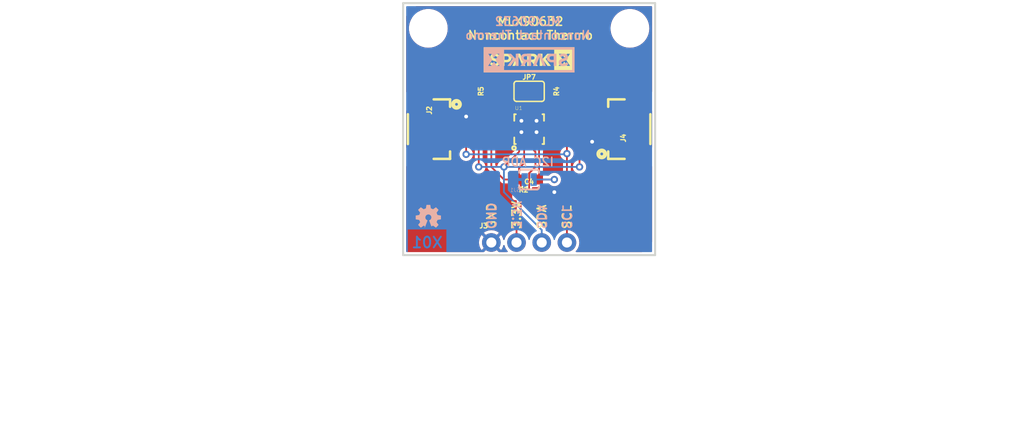
<source format=kicad_pcb>
(kicad_pcb (version 20211014) (generator pcbnew)
  (layers (0 "F.Cu" signal) (31 "B.Cu" signal) (34 "B.Paste" user) (35 "F.Paste" user) (36 "B.SilkS" user "B.Silkscreen") (37 "F.SilkS" user "F.Silkscreen") (38 "B.Mask" user) (39 "F.Mask" user) (44 "Edge.Cuts" user))
  (net 0 "")
  (net 1 "3.3V")
  (net 2 "GND")
  (net 3 "SCL")
  (net 4 "SDA")
  (net 5 "ADDR")
  (net 6 "N$1")
  (net 7 "N$2")
  (footprint "eagleBoard:MICRO-FIDUCIAL" (layer "F.Cu") (at 160.3121 116.8146)
    (fp_text reference "JP2" hide)
    (fp_text value "FIDUCIALUFIDUCIAL" hide)
    (pad "1" smd roundrect (at 0 0) (size 0.635 0.635) (layers "F.Cu" "F.Mask") (roundrect_rratio 0.5))
  )
  (footprint "eagleBoard:MLX90632-3X3" (layer "F.Cu") (at 148.5011 105.0036)
    (fp_text reference "U1" (at -1.45 -1.9) (layer "F.SilkS") (effects (font (size 0.373888 0.373888) (thickness 0.032512)) (justify left bottom)))
    (fp_text value "MLX90632")
    (fp_line (start -1.5 -1.5) (end -1.5 -0.8432) (layer "F.SilkS") (width 0.1778))
    (fp_line (start 1.3432 1.5) (end 1.5 1.5) (layer "F.SilkS") (width 0.1778))
    (fp_line (start 1.3432 -1.5) (end 1.5 -1.5) (layer "F.SilkS") (width 0.1778))
    (fp_line (start 1.5 1.5) (end 1.5 0.8432) (layer "F.SilkS") (width 0.1778))
    (fp_line (start -1.3432 -1.5) (end -1.5 -1.5) (layer "F.SilkS") (width 0.1778))
    (fp_line (start -1.5 1.5) (end -1.5 0.8432) (layer "F.SilkS") (width 0.1778))
    (fp_line (start 1.5 -1.5) (end 1.5 -0.8432) (layer "F.SilkS") (width 0.1778))
    (fp_line (start -1.3432 1.5) (end -1.5 1.5) (layer "F.SilkS") (width 0.1778))
    (fp_circle (center -1.524 1.905) (end -1.447844 1.905) (layer "F.SilkS") (width 0.2032) (fill none))
    (pad "1" smd rect (at -1 1.5) (size 0.3 1) (layers "F.Cu" "F.Paste" "F.Mask") (net 4 "SDA"))
    (pad "2" smd rect (at -0.5 1.5) (size 0.3 1) (layers "F.Cu" "F.Paste" "F.Mask") (net 1 "3.3V"))
    (pad "3" smd rect (at 0 1.5) (size 0.3 1) (layers "F.Cu" "F.Paste" "F.Mask") (net 2 "GND"))
    (pad "4" smd rect (at 0.5 1.5) (size 0.3 1) (layers "F.Cu" "F.Paste" "F.Mask") (net 3 "SCL"))
    (pad "5" smd rect (at 1 1.5) (size 0.3 1) (layers "F.Cu" "F.Paste" "F.Mask") (net 5 "ADDR"))
    (pad "6" smd rect (at 0 -0.25 90) (size 2 2.3) (layers "F.Cu" "F.Mask") (net 2 "GND"))
  )
  (footprint "eagleBoard:1X04_1MM_RA" (layer "F.Cu") (at 156.1211 105.0036 90)
    (fp_text reference "J4" (at -1.397 2.159 90) (layer "F.SilkS") (effects (font (size 0.48768 0.48768) (thickness 0.12192)) (justify left bottom)))
    (fp_text value "SMD")
    (fp_line (start 3 0.35) (end 3 2) (layer "F.SilkS") (width 0.254))
    (fp_line (start -1.5 4.6) (end 1.5 4.6) (layer "F.SilkS") (width 0.254))
    (fp_line (start 2.25 0.35) (end 3 0.35) (layer "F.SilkS") (width 0.254))
    (fp_line (start -3 2) (end -3 0.35) (layer "F.SilkS") (width 0.254))
    (fp_line (start -3 0.35) (end -2.25 0.35) (layer "F.SilkS") (width 0.254))
    (fp_circle (center -2.5 -0.3) (end -2.3586 -0.3) (layer "F.SilkS") (width 0.4) (fill none))
    (pad "1" smd rect (at -1.5 0 90) (size 0.6 1.35) (layers "F.Cu" "F.Paste" "F.Mask") (net 2 "GND"))
    (pad "2" smd rect (at -0.5 0 90) (size 0.6 1.35) (layers "F.Cu" "F.Paste" "F.Mask") (net 1 "3.3V"))
    (pad "3" smd rect (at 0.5 0 90) (size 0.6 1.35) (layers "F.Cu" "F.Paste" "F.Mask") (net 4 "SDA"))
    (pad "4" smd rect (at 1.5 0 90) (size 0.6 1.35) (layers "F.Cu" "F.Paste" "F.Mask") (net 3 "SCL"))
    (pad "NC1" smd rect (at 2.8 3.675 90) (size 1.2 2) (layers "F.Cu" "F.Paste" "F.Mask"))
    (pad "NC2" smd rect (at -2.8 3.675 90) (size 1.2 2) (layers "F.Cu" "F.Paste" "F.Mask"))
  )
  (footprint "eagleBoard:0603" (layer "F.Cu") (at 148.5011 111.3536)
    (fp_text reference "C4" (at 0 -0.762) (layer "F.SilkS") (effects (font (size 0.48768 0.48768) (thickness 0.12192)) (justify bottom)))
    (fp_text value "0.1uF")
    (pad "1" smd rect (at -0.85 0) (size 1.1 1) (layers "F.Cu" "F.Paste" "F.Mask") (net 1 "3.3V"))
    (pad "2" smd rect (at 0.85 0) (size 1.1 1) (layers "F.Cu" "F.Paste" "F.Mask") (net 2 "GND"))
  )
  (footprint "eagleBoard:STAND-OFF" (layer "F.Cu") (at 158.6611 94.8436)
    (fp_text reference "JP4" hide)
    (fp_text value "STAND-OFF" hide)
    (pad "" np_thru_hole circle (at 0 0) (size 3.302 3.302) (drill 3.302) (layers *.Cu *.Mask))
  )
  (footprint "eagleBoard:SMT-JUMPER_3_2-NC_PASTE_SILK" (layer "F.Cu") (at 148.5011 101.1936)
    (fp_text reference "JP7" (at 0 -1.143) (layer "F.SilkS") (effects (font (size 0.48768 0.48768) (thickness 0.12192)) (justify bottom)))
    (fp_text value "")
    (fp_line (start 1.27 1.016) (end -1.27 1.016) (layer "F.SilkS") (width 0.1524))
    (fp_line (start -1.27 -1.016) (end 1.27 -1.016) (layer "F.SilkS") (width 0.1524))
    (fp_line (start 1.524 0.762) (end 1.524 -0.762) (layer "F.SilkS") (width 0.1524))
    (fp_line (start -1.524 0.762) (end -1.524 -0.762) (layer "F.SilkS") (width 0.1524))
    (fp_arc (start -1.27 1.016) (mid -1.449605 0.941605) (end -1.524 0.762) (layer "F.SilkS") (width 0.1524))
    (fp_arc (start 1.524 0.762) (mid 1.449605 0.941605) (end 1.27 1.016) (layer "F.SilkS") (width 0.1524))
    (fp_arc (start 1.27 -1.016) (mid 1.449605 -0.941605) (end 1.524 -0.762) (layer "F.SilkS") (width 0.1524))
    (fp_arc (start -1.524 -0.762) (mid -1.449605 -0.941605) (end -1.27 -1.016) (layer "F.SilkS") (width 0.1524))
    (pad "1" smd rect (at -0.8128 0) (size 0.635 1.27) (layers "F.Cu" "F.Mask") (net 6 "N$1"))
    (pad "2" smd rect (at 0 0) (size 0.635 1.27) (layers "F.Cu" "F.Mask") (net 1 "3.3V"))
    (pad "3" smd rect (at 0.8128 0) (size 0.635 1.27) (layers "F.Cu" "F.Mask") (net 7 "N$2"))
  )
  (footprint "eagleBoard:0603" (layer "F.Cu") (at 144.6911 101.1936 90)
    (fp_text reference "R5" (at 0 -0.762 90) (layer "F.SilkS") (effects (font (size 0.48768 0.48768) (thickness 0.12192)) (justify bottom)))
    (fp_text value "4.7k")
    (pad "1" smd rect (at -0.85 0 90) (size 1.1 1) (layers "F.Cu" "F.Paste" "F.Mask") (net 4 "SDA"))
    (pad "2" smd rect (at 0.85 0 90) (size 1.1 1) (layers "F.Cu" "F.Paste" "F.Mask") (net 6 "N$1"))
  )
  (footprint "eagleBoard:0603" (layer "F.Cu") (at 148.5011 110.0836 180)
    (fp_text reference "R2" (at 0 -0.762 180) (layer "F.SilkS") (effects (font (size 0.48768 0.48768) (thickness 0.12192)) (justify right top)))
    (fp_text value "10k")
    (pad "1" smd rect (at -0.85 0 180) (size 1.1 1) (layers "F.Cu" "F.Paste" "F.Mask") (net 5 "ADDR"))
    (pad "2" smd rect (at 0.85 0 180) (size 1.1 1) (layers "F.Cu" "F.Paste" "F.Mask") (net 1 "3.3V"))
  )
  (footprint "eagleBoard:STAND-OFF" (layer "F.Cu") (at 138.3411 94.8436)
    (fp_text reference "JP3" hide)
    (fp_text value "STAND-OFF" hide)
    (pad "" np_thru_hole circle (at 0 0) (size 3.302 3.302) (drill 3.302) (layers *.Cu *.Mask))
  )
  (footprint "eagleBoard:0603" (layer "F.Cu") (at 152.3111 101.1936 90)
    (fp_text reference "R4" (at 0 -0.762 90) (layer "F.SilkS") (effects (font (size 0.48768 0.48768) (thickness 0.12192)) (justify bottom)))
    (fp_text value "4.7k")
    (pad "1" smd rect (at -0.85 0 90) (size 1.1 1) (layers "F.Cu" "F.Paste" "F.Mask") (net 3 "SCL"))
    (pad "2" smd rect (at 0.85 0 90) (size 1.1 1) (layers "F.Cu" "F.Paste" "F.Mask") (net 7 "N$2"))
  )
  (footprint "eagleBoard:1X04_1MM_RA" (layer "F.Cu") (at 140.8811 105.0036 -90)
    (fp_text reference "J2" (at -1.397 2.159 -90) (layer "F.SilkS") (effects (font (size 0.48768 0.48768) (thickness 0.12192)) (justify left bottom)))
    (fp_text value "SMD")
    (fp_line (start -3 0.35) (end -2.25 0.35) (layer "F.SilkS") (width 0.254))
    (fp_line (start 3 0.35) (end 3 2) (layer "F.SilkS") (width 0.254))
    (fp_line (start -3 2) (end -3 0.35) (layer "F.SilkS") (width 0.254))
    (fp_line (start 2.25 0.35) (end 3 0.35) (layer "F.SilkS") (width 0.254))
    (fp_line (start -1.5 4.6) (end 1.5 4.6) (layer "F.SilkS") (width 0.254))
    (fp_circle (center -2.5 -0.3) (end -2.3586 -0.3) (layer "F.SilkS") (width 0.4) (fill none))
    (pad "1" smd rect (at -1.5 0 270) (size 0.6 1.35) (layers "F.Cu" "F.Paste" "F.Mask") (net 2 "GND"))
    (pad "2" smd rect (at -0.5 0 270) (size 0.6 1.35) (layers "F.Cu" "F.Paste" "F.Mask") (net 1 "3.3V"))
    (pad "3" smd rect (at 0.5 0 270) (size 0.6 1.35) (layers "F.Cu" "F.Paste" "F.Mask") (net 4 "SDA"))
    (pad "4" smd rect (at 1.5 0 270) (size 0.6 1.35) (layers "F.Cu" "F.Paste" "F.Mask") (net 3 "SCL"))
    (pad "NC1" smd rect (at 2.8 3.675 270) (size 1.2 2) (layers "F.Cu" "F.Paste" "F.Mask"))
    (pad "NC2" smd rect (at -2.8 3.675 270) (size 1.2 2) (layers "F.Cu" "F.Paste" "F.Mask"))
  )
  (footprint "eagleBoard:MICRO-FIDUCIAL" (layer "F.Cu") (at 136.5631 93.0656)
    (fp_text reference "JP6" hide)
    (fp_text value "FIDUCIALUFIDUCIAL" hide)
    (pad "1" smd roundrect (at 0 0) (size 0.635 0.635) (layers "F.Cu" "F.Mask") (roundrect_rratio 0.5))
  )
  (footprint "eagleBoard:SPARKX-MEDIUM" (layer "F.Cu") (at 148.5011 98.0186)
    (fp_text reference "U$2" hide)
    (fp_text value "SPARKX-LOGO4" hide)
    (fp_poly (pts (xy 4.577 0.12824) (xy 3.80238 0.12824) (xy 3.705494 -0.013718) (xy 4.111722 -0.607646) (xy 3.817585 -0.607646) (xy 3.555172 -0.205715) (xy 3.294607 -0.607646) (xy 2.991304 -0.607646) (xy 3.397564 -0.010046) (xy 3.302701 0.12824) (xy 2.524231 0.12824) (xy 2.524231 -1.025528) (xy -4.332 -1.025528) (xy -4.332 1.025528) (xy 2.451934 1.025528) (xy 2.451934 1.270528) (xy -4.577 1.270528) (xy -4.577 -1.270528) (xy 4.577 -1.270528)) (layer "F.SilkS") (width 0) (fill solid))
    (fp_poly (pts (xy -3.63614 -0.28381) (xy -3.63614 -0.281243) (xy -3.625594 -0.231145) (xy -3.586256 -0.193557) (xy -3.506021 -0.161102) (xy -3.375421 -0.124571) (xy -3.20837 -0.069497) (xy -3.084773 0.004288) (xy -3.039813 0.051736) (xy -3.007425 0.106786) (xy -2.98779 0.171058) (xy -2.981431 0.246677) (xy -2.981431 0.254442) (xy -2.989734 0.340975) (xy -3.014776 0.418156) (xy -3.054999 0.484064) (xy -3.108523 0.538825) (xy -3.174819 0.581443) (xy -3.251936 0.612864) (xy -3.339283 0.632345) (xy -3.435454 0.638692) (xy -3.575258 0.62643) (xy -3.712363 0.589929) (xy -3.841957 0.528456) (xy -3.962905 0.437932) (xy -3.797445 0.239191) (xy -3.70858 0.303299) (xy -3.621793 0.350171) (xy -3.529975 0.379937) (xy -3.429933 0.389994) (xy -3.35618 0.382097) (xy -3.302034 0.35971) (xy -3.268752 0.325074) (xy -3.257521 0.278298) (xy -3.257521 0.275769) (xy -3.267162 0.231061) (xy -3.302086 0.195266) (xy -3.376797 0.161061) (xy -3.501746 0.12458) (xy -3.671424 0.073219) (xy -3.800513 0.00314) (xy -3.847977 -0.043804) (xy -3.883465 -0.101229) (xy -3.90566 -0.17153) (xy -3.913146 -0.255809) (xy -3.913146 -0.259925) (xy -3.908835 -0.305634) (xy -3.631093 -0.305634)) (layer "F.SilkS") (width 0) (fill solid))
    (fp_poly (pts (xy 1.865272 -0.295634) (xy 1.535904 -0.295634) (xy 1.834847 -0.617646) (xy 2.174284 -0.617646)) (layer "F.SilkS") (width 0) (fill solid))
    (fp_poly (pts (xy -3.164101 -0.264097) (xy -3.239432 -0.305634) (xy -3.135518 -0.305634)) (layer "F.SilkS") (width 0) (fill solid))
    (fp_poly (pts (xy -2.476681 0.000487) (xy -2.268076 0.000487) (xy -2.179495 -0.012423) (xy -2.113916 -0.051299) (xy -2.073186 -0.109683) (xy -2.059656 -0.180607) (xy -2.059656 -0.183345) (xy -2.07389 -0.261685) (xy -2.107186 -0.305634) (xy -1.791612 -0.305634) (xy -1.784441 -0.28073) (xy -1.77625 -0.189505) (xy -1.77625 -0.16442) (xy -1.778857 -0.169639) (xy -1.786895 -0.086136) (xy -1.816007 0.002126) (xy -1.862432 0.077275) (xy -1.923461 0.139229) (xy -1.997168 0.187031) (xy -2.082436 0.221506) (xy -2.177086 0.2422) (xy -2.277599 0.249143) (xy -2.477596 0.249143) (xy -2.477596 0.616734) (xy -2.757343 0.616734) (xy -2.757343 -0.305634) (xy -2.476681 -0.305634)) (layer "F.SilkS") (width 0) (fill solid))
    (fp_poly (pts (xy 0.077237 -0.022375) (xy 0.345303 -0.022375) (xy 0.432552 -0.034292) (xy 0.495867 -0.068766) (xy 0.534478 -0.122507) (xy 0.547296 -0.191568) (xy 0.547296 -0.193407) (xy 0.533775 -0.268583) (xy 0.505388 -0.305634) (xy 0.820956 -0.305634) (xy 0.823121 -0.298646) (xy 0.830703 -0.207776) (xy 0.830703 -0.203573) (xy 0.812152 -0.067471) (xy 0.756624 0.041423) (xy 0.671694 0.123367) (xy 0.569647 0.177363) (xy 0.871762 0.618562) (xy 0.544141 0.618562) (xy 0.281707 0.226284) (xy 0.077237 0.226284) (xy 0.077237 0.618562) (xy -0.202509 0.618562) (xy -0.202509 -0.305634) (xy 0.077237 -0.305634)) (layer "F.SilkS") (width 0) (fill solid))
    (fp_poly (pts (xy -2.145499 -0.611403) (xy -2.052069 -0.588123) (xy -1.971014 -0.550421) (xy -1.903114 -0.500214) (xy -1.848543 -0.437616) (xy -1.808605 -0.364015) (xy -1.788713 -0.295634) (xy -2.099613 -0.295634) (xy -2.116482 -0.317948) (xy -2.18378 -0.352785) (xy -2.273523 -0.364418) (xy -2.476681 -0.364418) (xy -2.476681 -0.295634) (xy -2.757343 -0.295634) (xy -2.757343 -0.619478) (xy -2.251062 -0.619478)) (layer "F.SilkS") (width 0) (fill solid))
    (fp_poly (pts (xy -0.768357 -0.295634) (xy -1.305603 -0.295634) (xy -1.164592 -0.62679) (xy -0.909265 -0.62679)) (layer "F.SilkS") (width 0) (fill solid))
    (fp_poly (pts (xy -3.350864 -0.623897) (xy -3.231664 -0.593614) (xy -3.122681 -0.544594) (xy -3.018757 -0.474993) (xy -3.142402 -0.295634) (xy -3.221295 -0.295634) (xy -3.328541 -0.354727) (xy -3.406214 -0.378309) (xy -3.483831 -0.386332) (xy -3.551059 -0.378465) (xy -3.598739 -0.356196) (xy -3.626802 -0.323794) (xy -3.63342 -0.295634) (xy -3.909783 -0.295634) (xy -3.905449 -0.341086) (xy -3.88163 -0.413579) (xy -3.843373 -0.476992) (xy -3.792562 -0.531416) (xy -3.729539 -0.574971) (xy -3.655543 -0.607348) (xy -3.572421 -0.627359) (xy -3.48111 -0.634121)) (layer "F.SilkS") (width 0) (fill solid))
    (fp_poly (pts (xy 0.467247 -0.610908) (xy 0.559405 -0.590713) (xy 0.639462 -0.556901) (xy 0.707412 -0.509438) (xy 0.761528 -0.449759) (xy 0.800081 -0.379455) (xy 0.823889 -0.295634) (xy 0.513044 -0.295634) (xy 0.49326 -0.321553) (xy 0.427917 -0.353583) (xy 0.339846 -0.364418) (xy 0.077237 -0.364418) (xy 0.077237 -0.295634) (xy -0.202509 -0.295634) (xy -0.202509 -0.617646) (xy 0.363177 -0.617646)) (layer "F.SilkS") (width 0) (fill solid))
    (fp_poly (pts (xy 1.344596 -0.089545) (xy 1.545187 -0.305634) (xy 1.874867 -0.305634) (xy 1.669821 -0.091935) (xy 2.195332 0.618562) (xy 1.859174 0.618562) (xy 1.480797 0.099201) (xy 1.344596 0.240675) (xy 1.344596 0.618562) (xy 1.064846 0.618562) (xy 1.064846 -0.305634) (xy 1.344596 -0.305634)) (layer "F.SilkS") (width 0) (fill solid))
    (fp_poly (pts (xy 1.344596 -0.295634) (xy 1.064846 -0.295634) (xy 1.064846 -0.617646) (xy 1.344596 -0.617646)) (layer "F.SilkS") (width 0) (fill solid))
    (fp_poly (pts (xy -0.379228 0.618562) (xy -0.672701 0.618562) (xy -1.040587 -0.283936) (xy -1.408473 0.618562) (xy -1.69463 0.618562) (xy -1.301346 -0.305634) (xy -0.772612 -0.305634)) (layer "F.SilkS") (width 0) (fill solid))
    (fp_poly (pts (xy 2.973067 0.608562) (xy 3.267199 0.608562) (xy 3.54697 0.183826) (xy 3.824894 0.608562) (xy 4.130023 0.608562) (xy 3.795558 0.11824) (xy 4.577 0.11824) (xy 4.577 1.270528) (xy 2.441934 1.270528) (xy 2.441934 1.025528) (xy 2.524231 1.025528) (xy 2.524231 0.11824) (xy 3.309564 0.11824)) (layer "F.SilkS") (width 0) (fill solid))
  )
  (footprint "eagleBoard:1X04_NO_SILK" (layer "F.Cu") (at 144.6911 116.4336)
    (fp_text reference "J3" (at -1.27 -1.397) (layer "F.SilkS") (effects (font (size 0.48768 0.48768) (thickness 0.12192)) (justify left bottom)))
    (fp_text value "PTH")
    (pad "1" thru_hole circle (at 0 0 90) (size 1.8796 1.8796) (drill 1.016) (layers *.Cu *.Mask) (net 2 "GND"))
    (pad "2" thru_hole circle (at 2.54 0 90) (size 1.8796 1.8796) (drill 1.016) (layers *.Cu *.Mask) (net 1 "3.3V"))
    (pad "3" thru_hole circle (at 5.08 0 90) (size 1.8796 1.8796) (drill 1.016) (layers *.Cu *.Mask) (net 4 "SDA"))
    (pad "4" thru_hole circle (at 7.62 0 90) (size 1.8796 1.8796) (drill 1.016) (layers *.Cu *.Mask) (net 3 "SCL"))
  )
  (footprint "eagleBoard:CREATIVE_COMMONS" (layer "F.Cu") (at 115.4811 135.4836)
    (fp_text reference "FRAME1" hide)
    (fp_text value "FRAME-LETTER" hide)
  )
  (footprint "eagleBoard:SJ_2S-NO" (layer "B.Cu") (at 148.5011 110.0836)
    (fp_text reference "SJ1" (at -0.908 1.27 180) (layer "B.SilkS") (effects (font (size 0.373888 0.373888) (thickness 0.032512)) (justify left bottom mirror)))
    (fp_text value "")
    (fp_line (start 0.8 -1) (end -0.8 -1) (layer "B.SilkS") (width 0.2032))
    (fp_line (start -0.8 1) (end 0.8 1) (layer "B.SilkS") (width 0.2032))
    (fp_arc (start 1 0.7) (mid 0.962132 0.891421) (end 0.8 1) (layer "B.SilkS") (width 0.2032))
    (fp_arc (start -0.8 1) (mid -0.962132 0.891421) (end -1 0.7) (layer "B.SilkS") (width 0.2032))
    (fp_arc (start -1 -0.7) (mid -0.962132 -0.891421) (end -0.8 -1) (layer "B.SilkS") (width 0.2032))
    (fp_arc (start 0.8 -1) (mid 0.962132 -0.891421) (end 1 -0.7) (layer "B.SilkS") (width 0.2032))
    (pad "1" smd rect (at -0.45 0) (size 0.635 1.27) (layers "B.Cu" "B.Mask") (net 2 "GND"))
    (pad "2" smd rect (at 0.45 0) (size 0.635 1.27) (layers "B.Cu" "B.Mask") (net 5 "ADDR"))
  )
  (footprint "eagleBoard:OSHW-LOGO-MINI" (layer "B.Cu") (at 138.3411 113.8936 180)
    (fp_text reference "LOGO1" hide)
    (fp_text value "OSHW-LOGOMINI" hide)
    (fp_poly (pts (xy 0.248928 0.903689) (xy 0.26557 0.895368) (xy 0.275571 0.895368) (xy 0.29557 0.885368) (xy 0.305571 0.885368) (xy 0.32557 0.875368) (xy 0.35234 0.875368) (xy 0.36911 0.858598) (xy 0.37557 0.855368) (xy 0.385571 0.855368) (xy 0.41911 0.838598) (xy 0.42911 0.828598) (xy 0.43557 0.825368) (xy 0.445571 0.825368) (xy 0.467713 0.814296) (xy 0.760503 1.01622) (xy 1.036814 0.751922) (xy 0.823853 0.457832) (xy 0.82783 0.449878) (xy 0.8446 0.433108) (xy 0.8446 0.413108) (xy 0.84783 0.409878) (xy 0.85783 0.389878) (xy 0.8746 0.373108) (xy 0.8746 0.353108) (xy 0.8846 0.343108) (xy 0.8846 0.316338) (xy 0.88783 0.309878) (xy 0.9046 0.293108) (xy 0.9046 0.273108) (xy 0.9146 0.263108) (xy 0.9146 0.239559) (xy 1.2746 0.179559) (xy 1.2746 -0.204671) (xy 0.9146 -0.266386) (xy 0.9146 -0.271602) (xy 0.9046 -0.291601) (xy 0.9046 -0.301602) (xy 0.8946 -0.321601) (xy 0.8946 -0.331602) (xy 0.8746 -0.371601) (xy 0.8746 -0.381602) (xy 0.85783 -0.415141) (xy 0.84783 -0.425141) (xy 0.8446 -0.431601) (xy 0.8446 -0.441602) (xy 0.82783 -0.475141) (xy 0.822489 -0.480482) (xy 1.036774 -0.766197) (xy 0.761086 -1.041885) (xy 0.465167 -0.837804) (xy 0.45234 -0.850631) (xy 0.44234 -0.850631) (xy 0.43234 -0.860631) (xy 0.41234 -0.860631) (xy 0.40234 -0.870631) (xy 0.39234 -0.870631) (xy 0.38234 -0.880631) (xy 0.37234 -0.880631) (xy 0.3646 -0.888371) (xy 0.3646 -1.074642) (xy 0.079132 -0.303879) (xy 0.16409 -0.261401) (xy 0.18409 -0.241401) (xy 0.20409 -0.231401) (xy 0.23537 -0.200121) (xy 0.24537 -0.180121) (xy 0.26537 -0.160121) (xy 0.271403 -0.148055) (xy 0.281404 -0.118052) (xy 0.2886 -0.103661) (xy 0.2886 -0.086464) (xy 0.2986 -0.056464) (xy 0.2986 0.021201) (xy 0.2886 0.051201) (xy 0.2886 0.075862) (xy 0.272159 0.100524) (xy 0.262159 0.130523) (xy 0.227068 0.18316) (xy 0.192392 0.217836) (xy 0.139755 0.252927) (xy 0.109756 0.262927) (xy 0.085094 0.279368) (xy 0.060433 0.279368) (xy 0.030433 0.289368) (xy -0.028724 0.289368) (xy -0.068722 0.279368) (xy -0.091894 0.279368) (xy -0.116556 0.262927) (xy -0.146555 0.252927) (xy -0.169192 0.237836) (xy -0.189191 0.217837) (xy -0.219192 0.197836) (xy -0.233868 0.18316) (xy -0.268959 0.130523) (xy -0.3054 0.021201) (xy -0.3054 -0.026464) (xy -0.2954 -0.056464) (xy -0.2954 -0.083661) (xy -0.278204 -0.118052) (xy -0.268203 -0.148055) (xy -0.25217 -0.180121) (xy -0.23217 -0.200121) (xy -0.22217 -0.220121) (xy -0.21089 -0.231401) (xy -0.19089 -0.241401) (xy -0.17089 -0.261401) (xy -0.138824 -0.277434) (xy -0.074125 -0.299) (xy -0.308354 -0.931417) (xy -0.34914 -0.890631) (xy -0.36914 -0.890631) (xy -0.37914 -0.880631) (xy -0.38914 -0.880631) (xy -0.39914 -0.870631) (xy -0.40914 -0.870631) (xy -0.41914 -0.860631) (xy -0.42914 -0.860631) (xy -0.43914 -0.850631) (xy -0.44914 -0.850631) (xy -0.45914 -0.840631) (xy -0.46914 -0.840631) (xy -0.471967 -0.837804) (xy -0.76848 -1.042295) (xy -1.032615 -0.766154) (xy -0.82762 -0.479161) (xy -0.8314 -0.471602) (xy -0.8314 -0.461601) (xy -0.83463 -0.455141) (xy -0.84463 -0.445141) (xy -0.85463 -0.425141) (xy -0.8714 -0.408371) (xy -0.8714 -0.388371) (xy -0.8814 -0.378371) (xy -0.8814 -0.351601) (xy -0.88463 -0.345141) (xy -0.9014 -0.328371) (xy -0.9014 -0.308371) (xy -0.9114 -0.298371) (xy -0.9114 -0.271601) (xy -0.914252 -0.265897) (xy -1.2714 -0.204671) (xy -1.2714 0.179408) (xy -0.919721 0.239696) (xy -0.9114 0.256338) (xy -0.9114 0.266339) (xy -0.9014 0.286338) (xy -0.9014 0.296339) (xy -0.8814 0.336338) (xy -0.8814 0.346339) (xy -0.86463 0.379878) (xy -0.8614 0.383108) (xy -0.8614 0.403108) (xy -0.84463 0.419878) (xy -0.83463 0.439878) (xy -0.8314 0.443108) (xy -0.8314 0.460035) (xy -1.032654 0.751854) (xy -0.767886 1.016622) (xy -0.471967 0.812541) (xy -0.45914 0.825368) (xy -0.43914 0.825368) (xy -0.43591 0.828598) (xy -0.41591 0.838598) (xy -0.39914 0.855368) (xy -0.37914 0.855368) (xy -0.37591 0.858598) (xy -0.342371 0.875368) (xy -0.33237 0.875368) (xy -0.312371 0.885368) (xy -0.29914 0.885368) (xy -0.28914 0.895368) (xy -0.26237 0.895368) (xy -0.256666 0.89822) (xy -0.19544 1.255368) (xy 0.18864 1.255368)) (layer "B.SilkS") (width 0) (fill solid))
  )
  (footprint "eagleBoard:SPARKX-MEDIUM" (layer "B.Cu") (at 148.5011 98.0186 180)
    (fp_text reference "U$1" hide)
    (fp_text value "SPARKX-LOGO4" hide)
    (fp_poly (pts (xy -2.145499 0.611403) (xy -2.052069 0.588123) (xy -1.971014 0.550421) (xy -1.903114 0.500214) (xy -1.848543 0.437616) (xy -1.808605 0.364015) (xy -1.788713 0.295634) (xy -2.099613 0.295634) (xy -2.116482 0.317948) (xy -2.18378 0.352785) (xy -2.273523 0.364418) (xy -2.476681 0.364418) (xy -2.476681 0.295634) (xy -2.757343 0.295634) (xy -2.757343 0.619478) (xy -2.251062 0.619478)) (layer "B.SilkS") (width 0) (fill solid))
    (fp_poly (pts (xy -3.350864 0.623897) (xy -3.231664 0.593614) (xy -3.122681 0.544594) (xy -3.018757 0.474993) (xy -3.142402 0.295634) (xy -3.221295 0.295634) (xy -3.328541 0.354727) (xy -3.406214 0.378309) (xy -3.483831 0.386332) (xy -3.551059 0.378465) (xy -3.598739 0.356196) (xy -3.626802 0.323794) (xy -3.63342 0.295634) (xy -3.909783 0.295634) (xy -3.905449 0.341086) (xy -3.88163 0.413579) (xy -3.843373 0.476992) (xy -3.792562 0.531416) (xy -3.729539 0.574971) (xy -3.655543 0.607348) (xy -3.572421 0.627359) (xy -3.48111 0.634121)) (layer "B.SilkS") (width 0) (fill solid))
    (fp_poly (pts (xy 1.344596 0.089545) (xy 1.545187 0.305634) (xy 1.874867 0.305634) (xy 1.669821 0.091935) (xy 2.195332 -0.618562) (xy 1.859174 -0.618562) (xy 1.480797 -0.099201) (xy 1.344596 -0.240675) (xy 1.344596 -0.618562) (xy 1.064846 -0.618562) (xy 1.064846 0.305634) (xy 1.344596 0.305634)) (layer "B.SilkS") (width 0) (fill solid))
    (fp_poly (pts (xy -3.63614 0.28381) (xy -3.63614 0.281243) (xy -3.625594 0.231145) (xy -3.586256 0.193557) (xy -3.506021 0.161102) (xy -3.375421 0.124571) (xy -3.20837 0.069497) (xy -3.084773 -0.004288) (xy -3.039813 -0.051736) (xy -3.007425 -0.106786) (xy -2.98779 -0.171058) (xy -2.981431 -0.246677) (xy -2.981431 -0.254442) (xy -2.989734 -0.340975) (xy -3.014776 -0.418156) (xy -3.054999 -0.484064) (xy -3.108523 -0.538825) (xy -3.174819 -0.581443) (xy -3.251936 -0.612864) (xy -3.339283 -0.632345) (xy -3.435454 -0.638692) (xy -3.575258 -0.62643) (xy -3.712363 -0.589929) (xy -3.841957 -0.528456) (xy -3.962905 -0.437932) (xy -3.797445 -0.239191) (xy -3.70858 -0.303299) (xy -3.621793 -0.350171) (xy -3.529975 -0.379937) (xy -3.429933 -0.389994) (xy -3.35618 -0.382097) (xy -3.302034 -0.35971) (xy -3.268752 -0.325074) (xy -3.257521 -0.278298) (xy -3.257521 -0.275769) (xy -3.267162 -0.231061) (xy -3.302086 -0.195266) (xy -3.376797 -0.161061) (xy -3.501746 -0.12458) (xy -3.671424 -0.073219) (xy -3.800513 -0.00314) (xy -3.847977 0.043804) (xy -3.883465 0.101229) (xy -3.90566 0.17153) (xy -3.913146 0.255809) (xy -3.913146 0.259925) (xy -3.908835 0.305634) (xy -3.631093 0.305634)) (layer "B.SilkS") (width 0) (fill solid))
    (fp_poly (pts (xy 1.344596 0.295634) (xy 1.064846 0.295634) (xy 1.064846 0.617646) (xy 1.344596 0.617646)) (layer "B.SilkS") (width 0) (fill solid))
    (fp_poly (pts (xy 2.973067 -0.608562) (xy 3.267199 -0.608562) (xy 3.54697 -0.183826) (xy 3.824894 -0.608562) (xy 4.130023 -0.608562) (xy 3.795558 -0.11824) (xy 4.577 -0.11824) (xy 4.577 -1.270528) (xy 2.441934 -1.270528) (xy 2.441934 -1.025528) (xy 2.524231 -1.025528) (xy 2.524231 -0.11824) (xy 3.309564 -0.11824)) (layer "B.SilkS") (width 0) (fill solid))
    (fp_poly (pts (xy -0.768357 0.295634) (xy -1.305603 0.295634) (xy -1.164592 0.62679) (xy -0.909265 0.62679)) (layer "B.SilkS") (width 0) (fill solid))
    (fp_poly (pts (xy 0.077237 0.022375) (xy 0.345303 0.022375) (xy 0.432552 0.034292) (xy 0.495867 0.068766) (xy 0.534478 0.122507) (xy 0.547296 0.191568) (xy 0.547296 0.193407) (xy 0.533775 0.268583) (xy 0.505388 0.305634) (xy 0.820956 0.305634) (xy 0.823121 0.298646) (xy 0.830703 0.207776) (xy 0.830703 0.203573) (xy 0.812152 0.067471) (xy 0.756624 -0.041423) (xy 0.671694 -0.123367) (xy 0.569647 -0.177363) (xy 0.871762 -0.618562) (xy 0.544141 -0.618562) (xy 0.281707 -0.226284) (xy 0.077237 -0.226284) (xy 0.077237 -0.618562) (xy -0.202509 -0.618562) (xy -0.202509 0.305634) (xy 0.077237 0.305634)) (layer "B.SilkS") (width 0) (fill solid))
    (fp_poly (pts (xy 0.467247 0.610908) (xy 0.559405 0.590713) (xy 0.639462 0.556901) (xy 0.707412 0.509438) (xy 0.761528 0.449759) (xy 0.800081 0.379455) (xy 0.823889 0.295634) (xy 0.513044 0.295634) (xy 0.49326 0.321553) (xy 0.427917 0.353583) (xy 0.339846 0.364418) (xy 0.077237 0.364418) (xy 0.077237 0.295634) (xy -0.202509 0.295634) (xy -0.202509 0.617646) (xy 0.363177 0.617646)) (layer "B.SilkS") (width 0) (fill solid))
    (fp_poly (pts (xy -0.379228 -0.618562) (xy -0.672701 -0.618562) (xy -1.040587 0.283936) (xy -1.408473 -0.618562) (xy -1.69463 -0.618562) (xy -1.301346 0.305634) (xy -0.772612 0.305634)) (layer "B.SilkS") (width 0) (fill solid))
    (fp_poly (pts (xy -3.164101 0.264097) (xy -3.239432 0.305634) (xy -3.135518 0.305634)) (layer "B.SilkS") (width 0) (fill solid))
    (fp_poly (pts (xy 4.577 -0.12824) (xy 3.80238 -0.12824) (xy 3.705494 0.013718) (xy 4.111722 0.607646) (xy 3.817585 0.607646) (xy 3.555172 0.205715) (xy 3.294607 0.607646) (xy 2.991304 0.607646) (xy 3.397564 0.010046) (xy 3.302701 -0.12824) (xy 2.524231 -0.12824) (xy 2.524231 1.025528) (xy -4.332 1.025528) (xy -4.332 -1.025528) (xy 2.451934 -1.025528) (xy 2.451934 -1.270528) (xy -4.577 -1.270528) (xy -4.577 1.270528) (xy 4.577 1.270528)) (layer "B.SilkS") (width 0) (fill solid))
    (fp_poly (pts (xy -2.476681 -0.000487) (xy -2.268076 -0.000487) (xy -2.179495 0.012423) (xy -2.113916 0.051299) (xy -2.073186 0.109683) (xy -2.059656 0.180607) (xy -2.059656 0.183345) (xy -2.07389 0.261685) (xy -2.107186 0.305634) (xy -1.791612 0.305634) (xy -1.784441 0.28073) (xy -1.77625 0.189505) (xy -1.77625 0.16442) (xy -1.778857 0.169639) (xy -1.786895 0.086136) (xy -1.816007 -0.002126) (xy -1.862432 -0.077275) (xy -1.923461 -0.139229) (xy -1.997168 -0.187031) (xy -2.082436 -0.221506) (xy -2.177086 -0.2422) (xy -2.277599 -0.249143) (xy -2.477596 -0.249143) (xy -2.477596 -0.616734) (xy -2.757343 -0.616734) (xy -2.757343 0.305634) (xy -2.476681 0.305634)) (layer "B.SilkS") (width 0) (fill solid))
    (fp_poly (pts (xy 1.865272 0.295634) (xy 1.535904 0.295634) (xy 1.834847 0.617646) (xy 2.174284 0.617646)) (layer "B.SilkS") (width 0) (fill solid))
  )
  (gr_line (start 161.2011 117.7036) (end 135.8011 117.7036) (layer "Edge.Cuts") (width 0.2032))
  (gr_line (start 135.8011 117.7036) (end 135.8011 92.3036) (layer "Edge.Cuts") (width 0.2032))
  (gr_line (start 135.8011 92.3036) (end 161.2011 92.3036) (layer "Edge.Cuts") (width 0.2032))
  (gr_line (start 161.2011 92.3036) (end 161.2011 117.7036) (layer "Edge.Cuts") (width 0.2032))
  (gr_text "X01" (at 138.2141 116.4336) (layer "B.Cu") (effects (font (size 1.0795 1.0795) (thickness 0.1905)) (justify mirror)))
  (gr_text "I2C ADR" (at 148.3741 108.3056) (layer "B.SilkS") (effects (font (size 0.8636 0.8636) (thickness 0.1524)) (justify mirror)))
  (gr_text "SDA" (at 149.7711 115.1636 -90) (layer "B.SilkS") (effects (font (size 0.8636 0.8636) (thickness 0.1524)) (justify left mirror)))
  (gr_text "MLX90632\nNoncontact Thermo" (at 148.3741 94.8436) (layer "B.SilkS") (effects (font (size 0.8636 0.8636) (thickness 0.1524)) (justify mirror)))
  (gr_text "GND" (at 144.6911 115.1636 -90) (layer "B.SilkS") (effects (font (size 0.8636 0.8636) (thickness 0.1524)) (justify left mirror)))
  (gr_text "3.3V" (at 147.2311 115.1636 -90) (layer "B.SilkS") (effects (font (size 0.8636 0.8636) (thickness 0.1524)) (justify left mirror)))
  (gr_text "SCL" (at 152.3111 115.1636 -90) (layer "B.SilkS") (effects (font (size 0.8636 0.8636) (thickness 0.1524)) (justify left mirror)))
  (gr_text "3.3V" (at 147.2311 115.1636 90) (layer "F.SilkS") (effects (font (size 0.8636 0.8636) (thickness 0.1524)) (justify left)))
  (gr_text "GND" (at 144.6911 115.1636 90) (layer "F.SilkS") (effects (font (size 0.8636 0.8636) (thickness 0.1524)) (justify left)))
  (gr_text "SDA" (at 149.7711 115.1636 90) (layer "F.SilkS") (effects (font (size 0.8636 0.8636) (thickness 0.1524)) (justify left)))
  (gr_text "SCL" (at 152.3111 115.1636 90) (layer "F.SilkS") (effects (font (size 0.8636 0.8636) (thickness 0.1524)) (justify left)))
  (gr_text "MLX90632\nNoncontact Thermo" (at 148.6281 94.8436) (layer "F.SilkS") (effects (font (size 0.8636 0.8636) (thickness 0.1524))))
  (segment (start 147.4851 109.9176) (end 147.6511 110.0836) (width 0.1778) (layer "F.Cu") (net 1))
  (segment (start 151.2851 101.2036) (end 149.7711 102.7176) (width 0.1778) (layer "F.Cu") (net 1))
  (segment (start 156.8911 105.5036) (end 157.3911 105.0036) (width 0.1778) (layer "F.Cu") (net 1))
  (segment (start 148.0011 108.4246) (end 147.4851 108.9406) (width 0.1778) (layer "F.Cu") (net 1))
  (segment (start 148.0011 106.5036) (end 148.0011 108.4246) (width 0.1778) (layer "F.Cu") (net 1))
  (segment (start 144.5721 104.5036) (end 144.6911 104.6226) (width 0.1778) (layer "F.Cu") (net 1))
  (segment (start 148.5011 102.7176) (end 145.7071 102.7176) (width 0.1778) (layer "F.Cu") (net 1))
  (segment (start 149.7711 102.7176) (end 148.5011 102.7176) (width 0.1778) (layer "F.Cu") (net 1))
  (segment (start 157.3911 105.0036) (end 157.3911 102.4636) (width 0.1778) (layer "F.Cu") (net 1))
  (segment (start 151.2851 101.2036) (end 156.1311 101.2036) (width 0.1778) (layer "F.Cu") (net 1))
  (segment (start 147.4851 108.9406) (end 147.4851 109.9176) (width 0.1778) (layer "F.Cu") (net 1))
  (segment (start 145.7071 102.7176) (end 144.6911 103.7336) (width 0.1778) (layer "F.Cu") (net 1))
  (segment (start 144.6911 104.6226) (end 144.6911 108.8136) (width 0.1778) (layer "F.Cu") (net 1))
  (segment (start 140.8811 104.5036) (end 144.5721 104.5036) (width 0.1778) (layer "F.Cu") (net 1))
  (segment (start 144.6911 108.8136) (end 145.9611 110.0836) (width 0.1778) (layer "F.Cu") (net 1))
  (segment (start 144.6911 103.7336) (end 144.6911 104.6226) (width 0.1778) (layer "F.Cu") (net 1))
  (segment (start 147.6511 110.0836) (end 147.6511 113.4736) (width 0.1778) (layer "F.Cu") (net 1))
  (segment (start 147.6511 110.0836) (end 147.6511 111.3536) (width 0.1778) (layer "F.Cu") (net 1))
  (segment (start 156.1211 105.5036) (end 156.8911 105.5036) (width 0.1778) (layer "F.Cu") (net 1))
  (segment (start 147.6511 113.4736) (end 147.2311 113.8936) (width 0.1778) (layer "F.Cu") (net 1))
  (segment (start 156.1311 101.2036) (end 157.3911 102.4636) (width 0.1778) (layer "F.Cu") (net 1))
  (segment (start 147.2311 113.8936) (end 147.2311 116.4336) (width 0.1778) (layer "F.Cu") (net 1))
  (segment (start 145.9611 110.0836) (end 147.6511 110.0836) (width 0.1778) (layer "F.Cu") (net 1))
  (segment (start 148.5011 101.1936) (end 148.5011 102.7176) (width 0.1778) (layer "F.Cu") (net 1))
  (segment (start 156.1211 106.5036) (end 155.0811 106.5036) (width 0.1778) (layer "F.Cu") (net 2))
  (segment (start 155.0811 106.5036) (end 154.8511 106.2736) (width 0.1778) (layer "F.Cu") (net 2))
  (segment (start 148.5011 104.7536) (end 148.6931 104.7536) (width 0.1778) (layer "F.Cu") (net 2))
  (segment (start 149.3511 111.3536) (end 151.0411 111.3536) (width 0.1778) (layer "F.Cu") (net 2))
  (segment (start 148.6931 104.7536) (end 149.2471 105.3076) (width 0.1778) (layer "F.Cu") (net 2))
  (segment (start 148.5011 104.7536) (end 148.5011 106.5036) (width 0.1778) (layer "F.Cu") (net 2))
  (segment (start 141.9211 103.5036) (end 142.1511 103.7336) (width 0.1778) (layer "F.Cu") (net 2))
  (segment (start 140.8811 103.5036) (end 141.9211 103.5036) (width 0.1778) (layer "F.Cu") (net 2))
  (via (at 151.0411 111.3536) (size 0.7366) (drill 0.381) (layers "F.Cu" "B.Cu") (net 2))
  (via (at 154.8511 106.2736) (size 0.7366) (drill 0.381) (layers "F.Cu" "B.Cu") (net 2))
  (via (at 147.7231 104.1646) (size 0.7366) (drill 0.381) (layers "F.Cu" "B.Cu") (net 2))
  (via (at 149.2471 104.1646) (size 0.7366) (drill 0.381) (layers "F.Cu" "B.Cu") (net 2))
  (via (at 142.1511 103.7336) (size 0.7366) (drill 0.381) (layers "F.Cu" "B.Cu") (net 2))
  (via (at 147.7231 105.3076) (size 0.7366) (drill 0.381) (layers "F.Cu" "B.Cu") (net 2))
  (via (at 149.2471 105.3076) (size 0.7366) (drill 0.381) (layers "F.Cu" "B.Cu") (net 2))
  (segment (start 149.1361 107.2896) (end 149.1361 108.8136) (width 0.1778) (layer "F.Cu") (net 3))
  (segment (start 153.4151 102.0436) (end 154.8751 103.5036) (width 0.1778) (layer "F.Cu") (net 3))
  (segment (start 148.5011 109.4486) (end 148.5011 112.4036) (width 0.1778) (layer "F.Cu") (net 3))
  (segment (start 152.3111 107.4736) (end 152.3111 102.0436) (width 0.1778) (layer "F.Cu") (net 3))
  (segment (start 152.3111 102.0436) (end 153.4151 102.0436) (width 0.1778) (layer "F.Cu") (net 3))
  (segment (start 149.1361 108.8136) (end 148.5011 109.4486) (width 0.1778) (layer "F.Cu") (net 3))
  (segment (start 140.8811 106.5036) (end 141.8731 106.5036) (width 0.1778) (layer "F.Cu") (net 3))
  (segment (start 152.3111 107.4736) (end 152.3111 112.7036) (width 0.1778) (layer "F.Cu") (net 3))
  (segment (start 149.0011 106.5036) (end 149.0011 107.1546) (width 0.1778) (layer "F.Cu") (net 3))
  (segment (start 152.3111 112.7036) (end 152.3111 116.4336) (width 0.1778) (layer "F.Cu") (net 3))
  (segment (start 148.5011 112.4036) (end 148.8011 112.7036) (width 0.1778) (layer "F.Cu") (net 3))
  (segment (start 142.1511 106.7816) (end 142.1511 107.5436) (width 0.1778) (layer "F.Cu") (net 3))
  (segment (start 149.0011 107.1546) (end 149.1361 107.2896) (width 0.1778) (layer "F.Cu") (net 3))
  (segment (start 141.8731 106.5036) (end 142.1511 106.7816) (width 0.1778) (layer "F.Cu") (net 3))
  (segment (start 148.8011 112.7036) (end 152.3111 112.7036) (width 0.1778) (layer "F.Cu") (net 3))
  (segment (start 156.1211 103.5036) (end 154.8751 103.5036) (width 0.1778) (layer "F.Cu") (net 3))
  (via (at 142.1511 107.5436) (size 0.7366) (drill 0.381) (layers "F.Cu" "B.Cu") (net 3))
  (via (at 152.3111 107.4736) (size 0.7366) (drill 0.381) (layers "F.Cu" "B.Cu") (net 3))
  (segment (start 142.1511 107.5436) (end 152.2411 107.5436) (width 0.1778) (layer "B.Cu") (net 3))
  (segment (start 152.2411 107.5436) (end 152.3111 107.4736) (width 0.1778) (layer "B.Cu") (net 3))
  (segment (start 139.3011 103.0036) (end 139.3011 105.0036) (width 0.1778) (layer "F.Cu") (net 4))
  (segment (start 153.5811 105.0036) (end 153.5811 108.8136) (width 0.1778) (layer "F.Cu") (net 4))
  (segment (start 140.8811 105.5036) (end 139.8011 105.5036) (width 0.1778) (layer "F.Cu") (net 4))
  (segment (start 142.6511 105.5036) (end 143.4211 106.2736) (width 0.1778) (layer "F.Cu") (net 4))
  (segment (start 139.3011 105.0036) (end 139.8011 105.5036) (width 0.1778) (layer "F.Cu") (net 4))
  (segment (start 144.6911 102.0436) (end 140.2611 102.0436) (width 0.1778) (layer "F.Cu") (net 4))
  (segment (start 147.5011 107.2736) (end 145.9611 108.8136) (width 0.1778) (layer "F.Cu") (net 4))
  (segment (start 154.0811 104.5036) (end 153.5811 105.0036) (width 0.1778) (layer "F.Cu") (net 4))
  (segment (start 147.5011 106.5036) (end 147.5011 107.2736) (width 0.1778) (layer "F.Cu") (net 4))
  (segment (start 140.2611 102.0436) (end 139.3011 103.0036) (width 0.1778) (layer "F.Cu") (net 4))
  (segment (start 156.1211 104.5036) (end 154.0811 104.5036) (width 0.1778) (layer "F.Cu") (net 4))
  (segment (start 140.8811 105.5036) (end 142.6511 105.5036) (width 0.1778) (layer "F.Cu") (net 4))
  (segment (start 143.4211 106.2736) (end 143.4211 108.8136) (width 0.1778) (layer "F.Cu") (net 4))
  (via (at 153.5811 108.8136) (size 0.7366) (drill 0.381) (layers "F.Cu" "B.Cu") (net 4))
  (via (at 145.9611 108.8136) (size 0.7366) (drill 0.381) (layers "F.Cu" "B.Cu") (net 4))
  (via (at 143.4211 108.8136) (size 0.7366) (drill 0.381) (layers "F.Cu" "B.Cu") (net 4))
  (segment (start 149.7711 116.4336) (end 149.7711 115.1636) (width 0.1778) (layer "B.Cu") (net 4))
  (segment (start 149.7711 115.1636) (end 145.9611 111.3536) (width 0.1778) (layer "B.Cu") (net 4))
  (segment (start 153.5811 108.8136) (end 145.9611 108.8136) (width 0.1778) (layer "B.Cu") (net 4))
  (segment (start 145.9611 111.3536) (end 145.9611 108.8136) (width 0.1778) (layer "B.Cu") (net 4))
  (segment (start 143.4211 108.8136) (end 145.9611 108.8136) (width 0.1778) (layer "B.Cu") (net 4))
  (segment (start 149.5011 109.9336) (end 149.3511 110.0836) (width 0.1778) (layer "F.Cu") (net 5))
  (segment (start 149.3511 110.0836) (end 151.0411 110.0836) (width 0.1778) (layer "F.Cu") (net 5))
  (segment (start 149.5011 106.5036) (end 149.5011 109.9336) (width 0.1778) (layer "F.Cu") (net 5))
  (via (at 151.0411 110.0836) (size 0.7366) (drill 0.381) (layers "F.Cu" "B.Cu") (net 5))
  (segment (start 148.9511 110.0836) (end 151.0411 110.0836) (width 0.1778) (layer "B.Cu") (net 5))
  (segment (start 146.7231 101.1936) (end 145.8731 100.3436) (width 0.1778) (layer "F.Cu") (net 6))
  (segment (start 147.6883 101.1936) (end 146.7231 101.1936) (width 0.1778) (layer "F.Cu") (net 6))
  (segment (start 144.6911 100.3436) (end 145.8731 100.3436) (width 0.1778) (layer "F.Cu") (net 6))
  (segment (start 152.3111 100.3436) (end 151.1291 100.3436) (width 0.1778) (layer "F.Cu") (net 7))
  (segment (start 149.3139 101.1936) (end 150.2791 101.1936) (width 0.1778) (layer "F.Cu") (net 7))
  (segment (start 150.2791 101.1936) (end 151.1291 100.3436) (width 0.1778) (layer "F.Cu") (net 7))
  (zone (net 2) (net_name "GND") (layer "F.Cu") (priority 6) (connect_pads (clearance 0.3048)) (min_thickness 0.127) (fill yes (thermal_gap 0.304) (thermal_bridge_width 0.304))
    (polygon (pts (xy 161.3281 117.8306) (xy 135.6741 117.8306) (xy 135.6741 92.1766) (xy 161.3281 92.1766)))
  )
  (zone (net 2) (net_name "GND") (layer "B.Cu") (priority 6) (connect_pads (clearance 0.3048)) (min_thickness 0.127) (fill yes (thermal_gap 0.304) (thermal_bridge_width 0.304))
    (polygon (pts (xy 161.3281 117.8306) (xy 135.6741 117.8306) (xy 135.6741 92.1766) (xy 161.3281 92.1766)))
  )
)
</source>
